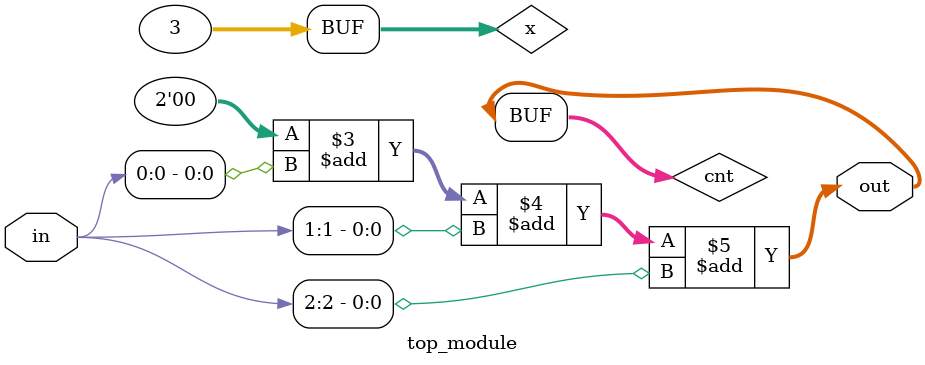
<source format=v>
module top_module( 
    input [2:0] in,
    output [1:0] out );
reg [1:0] cnt;

integer x;
always @(*) begin
    cnt = 2'd0;
    for(x=0;x<=2;x=x+1)begin
        cnt = cnt + in[x];
    end
end

assign out = cnt;

endmodule
</source>
